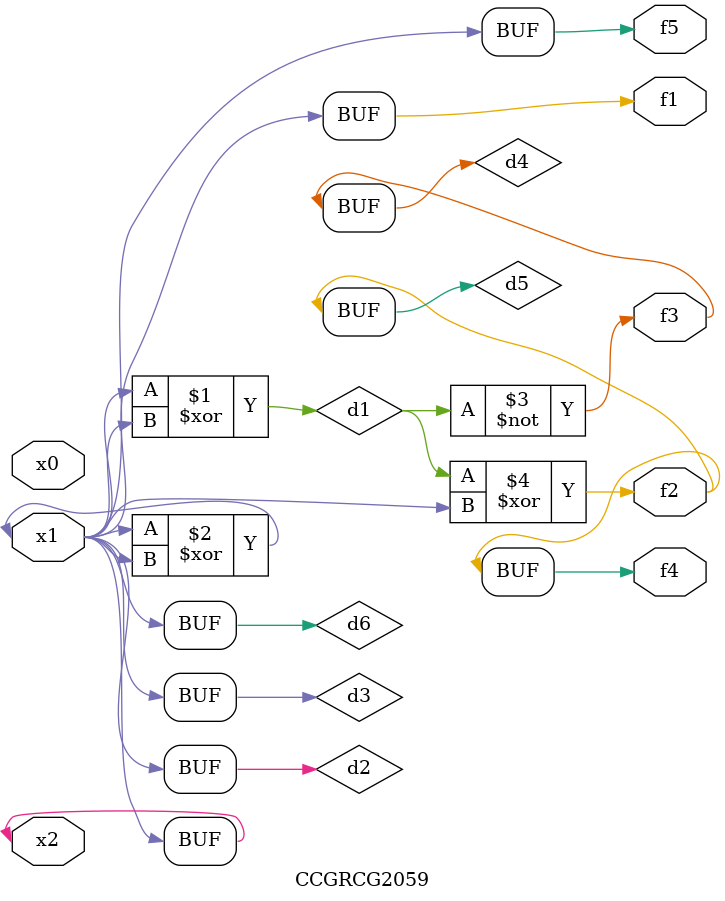
<source format=v>
module CCGRCG2059(
	input x0, x1, x2,
	output f1, f2, f3, f4, f5
);

	wire d1, d2, d3, d4, d5, d6;

	xor (d1, x1, x2);
	buf (d2, x1, x2);
	xor (d3, x1, x2);
	nor (d4, d1);
	xor (d5, d1, d2);
	buf (d6, d2, d3);
	assign f1 = d6;
	assign f2 = d5;
	assign f3 = d4;
	assign f4 = d5;
	assign f5 = d6;
endmodule

</source>
